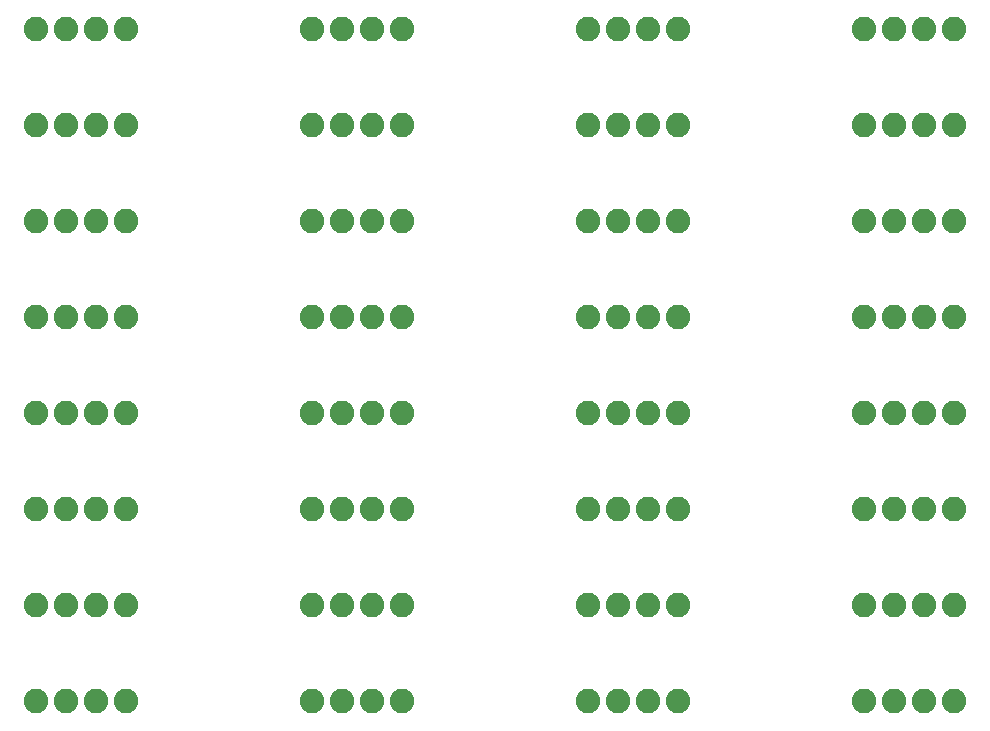
<source format=gbs>
G75*
%MOIN*%
%OFA0B0*%
%FSLAX25Y25*%
%IPPOS*%
%LPD*%
%AMOC8*
5,1,8,0,0,1.08239X$1,22.5*
%
%ADD10C,0.08200*%
D10*
X0079500Y0098333D03*
X0089500Y0098333D03*
X0099500Y0098333D03*
X0109500Y0098333D03*
X0109500Y0130333D03*
X0099500Y0130333D03*
X0089500Y0130333D03*
X0079500Y0130333D03*
X0079500Y0162333D03*
X0089500Y0162333D03*
X0099500Y0162333D03*
X0109500Y0162333D03*
X0109500Y0194333D03*
X0099500Y0194333D03*
X0089500Y0194333D03*
X0079500Y0194333D03*
X0079500Y0226333D03*
X0089500Y0226333D03*
X0099500Y0226333D03*
X0109500Y0226333D03*
X0109500Y0258333D03*
X0099500Y0258333D03*
X0089500Y0258333D03*
X0079500Y0258333D03*
X0079500Y0290333D03*
X0089500Y0290333D03*
X0099500Y0290333D03*
X0109500Y0290333D03*
X0109500Y0322333D03*
X0099500Y0322333D03*
X0089500Y0322333D03*
X0079500Y0322333D03*
X0171500Y0322333D03*
X0181500Y0322333D03*
X0191500Y0322333D03*
X0201500Y0322333D03*
X0201500Y0290333D03*
X0191500Y0290333D03*
X0181500Y0290333D03*
X0171500Y0290333D03*
X0171500Y0258333D03*
X0181500Y0258333D03*
X0191500Y0258333D03*
X0201500Y0258333D03*
X0201500Y0226333D03*
X0191500Y0226333D03*
X0181500Y0226333D03*
X0171500Y0226333D03*
X0171500Y0194333D03*
X0181500Y0194333D03*
X0191500Y0194333D03*
X0201500Y0194333D03*
X0201500Y0162333D03*
X0191500Y0162333D03*
X0181500Y0162333D03*
X0171500Y0162333D03*
X0171500Y0130333D03*
X0181500Y0130333D03*
X0191500Y0130333D03*
X0201500Y0130333D03*
X0201500Y0098333D03*
X0191500Y0098333D03*
X0181500Y0098333D03*
X0171500Y0098333D03*
X0263500Y0098333D03*
X0273500Y0098333D03*
X0283500Y0098333D03*
X0293500Y0098333D03*
X0293500Y0130333D03*
X0283500Y0130333D03*
X0273500Y0130333D03*
X0263500Y0130333D03*
X0263500Y0162333D03*
X0273500Y0162333D03*
X0283500Y0162333D03*
X0293500Y0162333D03*
X0293500Y0194333D03*
X0283500Y0194333D03*
X0273500Y0194333D03*
X0263500Y0194333D03*
X0263500Y0226333D03*
X0273500Y0226333D03*
X0283500Y0226333D03*
X0293500Y0226333D03*
X0293500Y0258333D03*
X0283500Y0258333D03*
X0273500Y0258333D03*
X0263500Y0258333D03*
X0263500Y0290333D03*
X0273500Y0290333D03*
X0283500Y0290333D03*
X0293500Y0290333D03*
X0293500Y0322333D03*
X0283500Y0322333D03*
X0273500Y0322333D03*
X0263500Y0322333D03*
X0355500Y0322333D03*
X0365500Y0322333D03*
X0375500Y0322333D03*
X0385500Y0322333D03*
X0385500Y0290333D03*
X0375500Y0290333D03*
X0365500Y0290333D03*
X0355500Y0290333D03*
X0355500Y0258333D03*
X0365500Y0258333D03*
X0375500Y0258333D03*
X0385500Y0258333D03*
X0385500Y0226333D03*
X0375500Y0226333D03*
X0365500Y0226333D03*
X0355500Y0226333D03*
X0355500Y0194333D03*
X0365500Y0194333D03*
X0375500Y0194333D03*
X0385500Y0194333D03*
X0385500Y0162333D03*
X0375500Y0162333D03*
X0365500Y0162333D03*
X0355500Y0162333D03*
X0355500Y0130333D03*
X0365500Y0130333D03*
X0375500Y0130333D03*
X0385500Y0130333D03*
X0385500Y0098333D03*
X0375500Y0098333D03*
X0365500Y0098333D03*
X0355500Y0098333D03*
M02*

</source>
